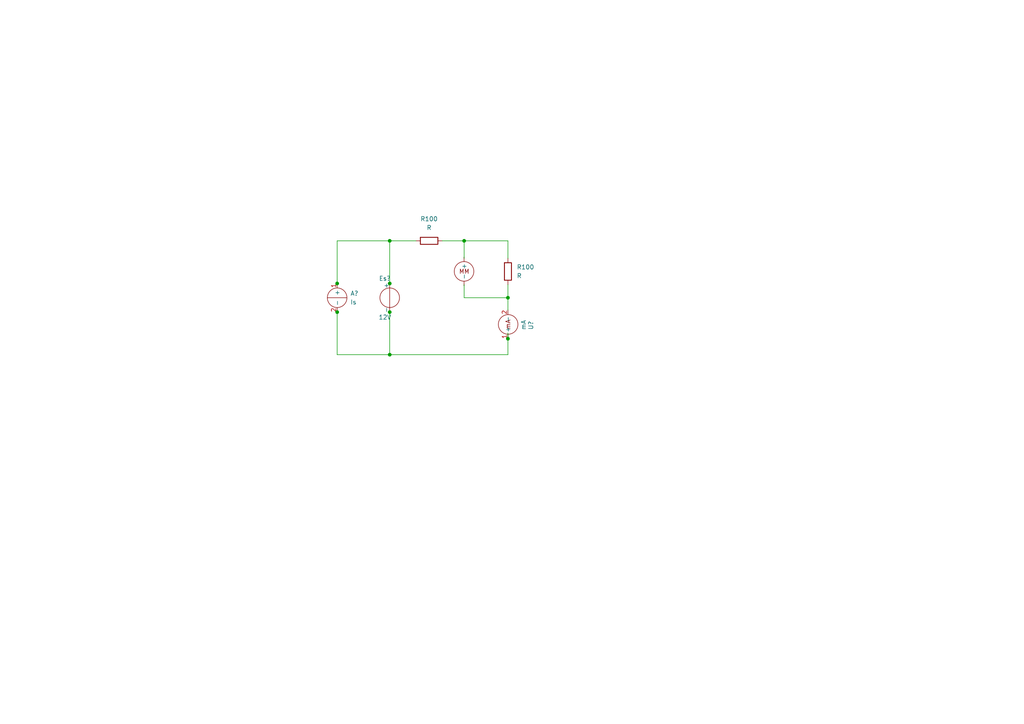
<source format=kicad_sch>
(kicad_sch (version 20211123) (generator eeschema)

  (uuid c2145a79-29f0-43db-a96b-1ee78390c143)

  (paper "A4")

  (lib_symbols
    (symbol "Device:R" (pin_numbers hide) (pin_names (offset 0)) (in_bom yes) (on_board yes)
      (property "Reference" "R" (id 0) (at 2.032 0 90)
        (effects (font (size 1.27 1.27)))
      )
      (property "Value" "R" (id 1) (at 0 0 90)
        (effects (font (size 1.27 1.27)))
      )
      (property "Footprint" "" (id 2) (at -1.778 0 90)
        (effects (font (size 1.27 1.27)) hide)
      )
      (property "Datasheet" "~" (id 3) (at 0 0 0)
        (effects (font (size 1.27 1.27)) hide)
      )
      (property "ki_keywords" "R res resistor" (id 4) (at 0 0 0)
        (effects (font (size 1.27 1.27)) hide)
      )
      (property "ki_description" "Resistor" (id 5) (at 0 0 0)
        (effects (font (size 1.27 1.27)) hide)
      )
      (property "ki_fp_filters" "R_*" (id 6) (at 0 0 0)
        (effects (font (size 1.27 1.27)) hide)
      )
      (symbol "R_0_1"
        (rectangle (start -1.016 -2.54) (end 1.016 2.54)
          (stroke (width 0.254) (type default) (color 0 0 0 0))
          (fill (type none))
        )
      )
      (symbol "R_1_1"
        (pin passive line (at 0 3.81 270) (length 1.27)
          (name "~" (effects (font (size 1.27 1.27))))
          (number "1" (effects (font (size 1.27 1.27))))
        )
        (pin passive line (at 0 -3.81 90) (length 1.27)
          (name "~" (effects (font (size 1.27 1.27))))
          (number "2" (effects (font (size 1.27 1.27))))
        )
      )
    )
    (symbol "test2021:Es" (pin_numbers hide) (pin_names (offset 0)) (in_bom yes) (on_board yes)
      (property "Reference" "V" (id 0) (at -3.5306 2.7178 0)
        (effects (font (size 1.27 1.27)))
      )
      (property "Value" "Es" (id 1) (at -2.9972 -3.3274 0)
        (effects (font (size 1.27 1.27)))
      )
      (property "Footprint" "" (id 2) (at -1.778 0 90)
        (effects (font (size 1.27 1.27)) hide)
      )
      (property "Datasheet" "~" (id 3) (at -3.5306 -1.0668 0)
        (effects (font (size 1.27 1.27)) hide)
      )
      (property "ki_keywords" "R res resistor" (id 4) (at 0 0 0)
        (effects (font (size 1.27 1.27)) hide)
      )
      (property "ki_description" "Resistor" (id 5) (at 0 0 0)
        (effects (font (size 1.27 1.27)) hide)
      )
      (property "ki_fp_filters" "R_*" (id 6) (at 0 0 0)
        (effects (font (size 1.27 1.27)) hide)
      )
      (symbol "Es_0_1"
        (polyline
          (pts
            (xy 0 2.8194)
            (xy 0 2.8194)
          )
          (stroke (width 0) (type default) (color 0 0 0 0))
          (fill (type none))
        )
        (polyline
          (pts
            (xy 0 2.8448)
            (xy 0 -2.8702)
          )
          (stroke (width 0) (type default) (color 0 0 0 0))
          (fill (type none))
        )
        (circle (center 0 0) (radius 2.8398)
          (stroke (width 0) (type default) (color 0 0 0 0))
          (fill (type none))
        )
      )
      (symbol "Es_1_1"
        (pin passive line (at 0 4.1402 270) (length 1.27)
          (name "+" (effects (font (size 1.27 1.27))))
          (number "1" (effects (font (size 1.27 1.27))))
        )
        (pin passive line (at 0 -4.1656 90) (length 1.27)
          (name "-" (effects (font (size 1.27 1.27))))
          (number "2" (effects (font (size 1.27 1.27))))
        )
      )
    )
    (symbol "test2021:Is" (in_bom yes) (on_board yes)
      (property "Reference" "A" (id 0) (at -3.2258 -3.2004 0)
        (effects (font (size 1.27 1.27)))
      )
      (property "Value" "Is" (id 1) (at -3.5052 2.286 0)
        (effects (font (size 1.27 1.27)))
      )
      (property "Footprint" "" (id 2) (at 0.0762 -0.0254 0)
        (effects (font (size 1.27 1.27)) hide)
      )
      (property "Datasheet" "" (id 3) (at 0.0762 -0.0254 0)
        (effects (font (size 1.27 1.27)) hide)
      )
      (symbol "Is_0_1"
        (polyline
          (pts
            (xy -2.8448 0)
            (xy 2.794 0)
          )
          (stroke (width 0) (type default) (color 0 0 0 0))
          (fill (type none))
        )
        (polyline
          (pts
            (xy 0 2.8194)
            (xy 0 2.8194)
          )
          (stroke (width 0) (type default) (color 0 0 0 0))
          (fill (type none))
        )
        (circle (center 0 0) (radius 2.8398)
          (stroke (width 0) (type default) (color 0 0 0 0))
          (fill (type none))
        )
      )
      (symbol "Is_1_1"
        (pin passive line (at 0 4.1402 270) (length 1.27)
          (name "+" (effects (font (size 1.27 1.27))))
          (number "1" (effects (font (size 1.27 1.27))))
        )
        (pin passive line (at 0 -4.1656 90) (length 1.27)
          (name "-" (effects (font (size 1.27 1.27))))
          (number "2" (effects (font (size 1.27 1.27))))
        )
      )
    )
    (symbol "test2021:Multimeter" (pin_numbers hide) (in_bom yes) (on_board yes)
      (property "Reference" "U" (id 0) (at -4.3942 3.0734 0)
        (effects (font (size 1.27 1.27)))
      )
      (property "Value" "Multimeter" (id 1) (at -0.4572 -6.9342 0)
        (effects (font (size 1.27 1.27)))
      )
      (property "Footprint" "" (id 2) (at 0 0 0)
        (effects (font (size 1.27 1.27)) hide)
      )
      (property "Datasheet" "" (id 3) (at 0 0 0)
        (effects (font (size 1.27 1.27)) hide)
      )
      (symbol "Multimeter_0_0"
        (text "MM" (at 0.0254 0 0)
          (effects (font (size 1.27 1.27)))
        )
      )
      (symbol "Multimeter_0_1"
        (circle (center -0.0254 0.0254) (radius 2.8398)
          (stroke (width 0) (type default) (color 0 0 0 0))
          (fill (type none))
        )
        (polyline
          (pts
            (xy -0.0254 2.8448)
            (xy -0.0254 2.8448)
          )
          (stroke (width 0) (type default) (color 0 0 0 0))
          (fill (type none))
        )
      )
      (symbol "Multimeter_1_1"
        (pin passive line (at -0.0254 4.1656 270) (length 1.27)
          (name "+" (effects (font (size 1.27 1.27))))
          (number "1" (effects (font (size 1.27 1.27))))
        )
        (pin passive line (at -0.0254 -4.1402 90) (length 1.27)
          (name "-" (effects (font (size 1.27 1.27))))
          (number "2" (effects (font (size 1.27 1.27))))
        )
      )
    )
    (symbol "test2021:mA" (in_bom yes) (on_board yes)
      (property "Reference" "U" (id 0) (at -1.1176 -3.556 0)
        (effects (font (size 1.27 1.27)))
      )
      (property "Value" "mA" (id 1) (at -4.6736 3.7592 0)
        (effects (font (size 1.27 1.27)))
      )
      (property "Footprint" "" (id 2) (at 0 0.0254 0)
        (effects (font (size 1.27 1.27)) hide)
      )
      (property "Datasheet" "" (id 3) (at 0 0.0254 0)
        (effects (font (size 1.27 1.27)) hide)
      )
      (symbol "mA_0_0"
        (text "mA" (at -0.1016 0.0508 0)
          (effects (font (size 1.27 1.27)))
        )
      )
      (symbol "mA_0_1"
        (circle (center -0.1143 0.0635) (radius 2.8398)
          (stroke (width 0) (type default) (color 0 0 0 0))
          (fill (type none))
        )
        (polyline
          (pts
            (xy -2.9337 0.0635)
            (xy -2.9337 0.0635)
          )
          (stroke (width 0) (type default) (color 0 0 0 0))
          (fill (type none))
        )
      )
      (symbol "mA_1_1"
        (pin passive line (at -4.2672 0 0) (length 1.27)
          (name "+" (effects (font (size 1.27 1.27))))
          (number "1" (effects (font (size 1.27 1.27))))
        )
        (pin passive line (at 4.064 0 180) (length 1.27)
          (name "-" (effects (font (size 1.27 1.27))))
          (number "2" (effects (font (size 1.27 1.27))))
        )
      )
    )
  )

  (junction (at 113.03 102.87) (diameter 0) (color 0 0 0 0)
    (uuid 1fd62b10-0df5-428d-8582-a0fafff6345f)
  )
  (junction (at 113.03 69.85) (diameter 0) (color 0 0 0 0)
    (uuid 41fea5f4-8f4e-42b4-8bbe-3f409d4cb648)
  )
  (junction (at 147.32 98.2472) (diameter 0) (color 0 0 0 0)
    (uuid 4b46ec64-fd66-40a3-807e-a791fe118726)
  )
  (junction (at 147.32 86.36) (diameter 0) (color 0 0 0 0)
    (uuid 4c9a37fb-1732-439d-9a25-1e02c67c5e49)
  )
  (junction (at 97.79 90.5256) (diameter 0) (color 0 0 0 0)
    (uuid 6bea4cb1-3fbf-4210-b1f9-048ff75ec16d)
  )
  (junction (at 97.79 82.2198) (diameter 0) (color 0 0 0 0)
    (uuid 71f02fdf-0f24-44d1-850e-de2053b8add3)
  )
  (junction (at 113.03 82.2198) (diameter 0) (color 0 0 0 0)
    (uuid 89580400-a8bd-41c4-ac4b-1726c25d9ae8)
  )
  (junction (at 113.03 90.5256) (diameter 0) (color 0 0 0 0)
    (uuid c79a593f-e090-4fd7-8b58-d76e285baf43)
  )
  (junction (at 134.62 69.85) (diameter 0) (color 0 0 0 0)
    (uuid f380821e-2494-4c36-8406-50c900614311)
  )

  (wire (pts (xy 113.03 69.85) (xy 120.65 69.85))
    (stroke (width 0) (type default) (color 0 0 0 0))
    (uuid 00d3c6cf-c49d-4dd5-a8ae-23130cbd608f)
  )
  (wire (pts (xy 113.03 90.5256) (xy 113.03 102.87))
    (stroke (width 0) (type default) (color 0 0 0 0))
    (uuid 04ea121f-85c5-4c16-9bd6-17d3f00b465e)
  )
  (wire (pts (xy 113.03 102.87) (xy 97.79 102.87))
    (stroke (width 0) (type default) (color 0 0 0 0))
    (uuid 0d09c844-2bd9-41a7-81b4-6f9343fd933e)
  )
  (wire (pts (xy 147.32 82.55) (xy 147.32 86.36))
    (stroke (width 0) (type default) (color 0 0 0 0))
    (uuid 1acd4383-fba4-4e52-b82b-a705e25e29fd)
  )
  (wire (pts (xy 134.62 69.85) (xy 147.32 69.85))
    (stroke (width 0) (type default) (color 0 0 0 0))
    (uuid 21fdb266-a8d7-40ee-926f-b87345959d3b)
  )
  (wire (pts (xy 134.62 69.85) (xy 134.62 74.93))
    (stroke (width 0) (type default) (color 0 0 0 0))
    (uuid 2f890a18-37d4-4eef-bce8-aa85c9dd301d)
  )
  (wire (pts (xy 113.03 69.85) (xy 97.79 69.85))
    (stroke (width 0) (type default) (color 0 0 0 0))
    (uuid 3819ab9d-90a3-4a83-a3d6-27cf887f4de0)
  )
  (wire (pts (xy 97.79 82.2198) (xy 97.79 82.55))
    (stroke (width 0) (type default) (color 0 0 0 0))
    (uuid 5ba63c9c-2737-422f-8d68-67d0ef541f7e)
  )
  (wire (pts (xy 147.32 96.52) (xy 147.32 98.2472))
    (stroke (width 0) (type default) (color 0 0 0 0))
    (uuid 5f92c30f-c80c-4ced-a5be-309014e39d93)
  )
  (wire (pts (xy 147.32 86.36) (xy 147.32 89.916))
    (stroke (width 0) (type default) (color 0 0 0 0))
    (uuid 6667be62-6b83-4c13-a518-0029a7518595)
  )
  (wire (pts (xy 147.32 102.87) (xy 113.03 102.87))
    (stroke (width 0) (type default) (color 0 0 0 0))
    (uuid 6ffec4e6-58ca-4076-9df8-c0513e402eb2)
  )
  (wire (pts (xy 147.32 69.85) (xy 147.32 74.93))
    (stroke (width 0) (type default) (color 0 0 0 0))
    (uuid 810a6507-573e-4112-9c5c-b2a0d89fd8cc)
  )
  (wire (pts (xy 97.79 90.5256) (xy 97.79 102.87))
    (stroke (width 0) (type default) (color 0 0 0 0))
    (uuid 81a2cad3-e59c-432c-93dd-d32f9e4ff277)
  )
  (wire (pts (xy 97.79 69.85) (xy 97.79 82.2198))
    (stroke (width 0) (type default) (color 0 0 0 0))
    (uuid 8eb53d97-f0d3-403b-a5d9-a88e6725ff01)
  )
  (wire (pts (xy 113.03 69.85) (xy 113.03 82.2198))
    (stroke (width 0) (type default) (color 0 0 0 0))
    (uuid 9e361666-3852-45d6-b110-c2f944ee436a)
  )
  (wire (pts (xy 113.03 90.17) (xy 113.03 90.5256))
    (stroke (width 0) (type default) (color 0 0 0 0))
    (uuid a0096687-5700-4c0f-84ab-e21922d4d25f)
  )
  (wire (pts (xy 97.79 90.17) (xy 97.79 90.5256))
    (stroke (width 0) (type default) (color 0 0 0 0))
    (uuid a4c1c0b4-9255-4bb7-a305-a52bc4c1308b)
  )
  (wire (pts (xy 134.62 82.55) (xy 134.62 86.36))
    (stroke (width 0) (type default) (color 0 0 0 0))
    (uuid b6449f01-dd6d-4fd7-a595-9986a4c0f7bc)
  )
  (wire (pts (xy 128.27 69.85) (xy 134.62 69.85))
    (stroke (width 0) (type default) (color 0 0 0 0))
    (uuid d6ec2e5a-766e-4d48-94d9-655b0cef3fce)
  )
  (wire (pts (xy 147.32 98.2472) (xy 147.32 102.87))
    (stroke (width 0) (type default) (color 0 0 0 0))
    (uuid e93eda1a-e072-4d8c-a22e-c01798674a2b)
  )
  (wire (pts (xy 134.62 86.36) (xy 147.32 86.36))
    (stroke (width 0) (type default) (color 0 0 0 0))
    (uuid ec7b7971-fadf-4268-92d2-a6f2d26b3981)
  )
  (wire (pts (xy 113.03 82.2198) (xy 113.03 82.55))
    (stroke (width 0) (type default) (color 0 0 0 0))
    (uuid f673058d-ed82-4e3b-aa97-c3653b035f48)
  )

  (symbol (lib_id "Device:R") (at 124.46 69.85 90) (unit 1)
    (in_bom yes) (on_board yes) (fields_autoplaced)
    (uuid 1e1567f6-daf3-4d08-8bcd-d3542458db6f)
    (property "Reference" "R100" (id 0) (at 124.46 63.5 90))
    (property "Value" "R" (id 1) (at 124.46 66.04 90))
    (property "Footprint" "" (id 2) (at 124.46 71.628 90)
      (effects (font (size 1.27 1.27)) hide)
    )
    (property "Datasheet" "~" (id 3) (at 124.46 69.85 0)
      (effects (font (size 1.27 1.27)) hide)
    )
    (pin "1" (uuid d52a0a5d-5e7b-4744-8be7-92263761cf7f))
    (pin "2" (uuid 72ca323b-72b5-4fae-9331-5c01440e67ba))
  )

  (symbol (lib_id "test2021:Is") (at 97.79 86.36 0) (unit 1)
    (in_bom yes) (on_board yes) (fields_autoplaced)
    (uuid 66ba7936-40e4-4e54-b670-5dd08e94425c)
    (property "Reference" "A?" (id 0) (at 101.6 85.1026 0)
      (effects (font (size 1.27 1.27)) (justify left))
    )
    (property "Value" "Is" (id 1) (at 101.6 87.6426 0)
      (effects (font (size 1.27 1.27)) (justify left))
    )
    (property "Footprint" "" (id 2) (at 97.8662 86.3854 0)
      (effects (font (size 1.27 1.27)) hide)
    )
    (property "Datasheet" "" (id 3) (at 97.8662 86.3854 0)
      (effects (font (size 1.27 1.27)) hide)
    )
    (pin "1" (uuid 3cf8da2b-1fa3-40ee-a395-c2230e088aa0))
    (pin "2" (uuid c999f6c2-d197-4859-8dd8-db78252d8634))
  )

  (symbol (lib_id "test2021:Es") (at 113.03 86.36 0) (unit 1)
    (in_bom yes) (on_board yes)
    (uuid 88a7f202-3a98-46e7-9e40-85b4cf5c040f)
    (property "Reference" "Es?" (id 0) (at 109.8804 80.772 0)
      (effects (font (size 1.27 1.27)) (justify left))
    )
    (property "Value" "12V" (id 1) (at 109.7788 92.0242 0)
      (effects (font (size 1.27 1.27)) (justify left))
    )
    (property "Footprint" "test2021:Vs" (id 2) (at 111.252 86.36 90)
      (effects (font (size 1.27 1.27)) hide)
    )
    (property "Datasheet" "~" (id 3) (at 109.4994 87.4268 0)
      (effects (font (size 1.27 1.27)) hide)
    )
    (pin "1" (uuid b2b428e1-73c0-4658-bee4-a943efd21f63))
    (pin "2" (uuid 01263c18-d8cf-4d6a-b645-5753434d07de))
  )

  (symbol (lib_id "Device:R") (at 147.32 78.74 0) (unit 1)
    (in_bom yes) (on_board yes) (fields_autoplaced)
    (uuid d8ab1231-1e26-4485-b26e-4fa648843ac0)
    (property "Reference" "R100" (id 0) (at 149.86 77.4699 0)
      (effects (font (size 1.27 1.27)) (justify left))
    )
    (property "Value" "R" (id 1) (at 149.86 80.0099 0)
      (effects (font (size 1.27 1.27)) (justify left))
    )
    (property "Footprint" "" (id 2) (at 145.542 78.74 90)
      (effects (font (size 1.27 1.27)) hide)
    )
    (property "Datasheet" "~" (id 3) (at 147.32 78.74 0)
      (effects (font (size 1.27 1.27)) hide)
    )
    (pin "1" (uuid 6042da90-350a-4083-ae6e-1d2a1d4ae808))
    (pin "2" (uuid e023d393-c558-4793-ae2f-75de94376701))
  )

  (symbol (lib_id "test2021:Multimeter") (at 134.62 78.74 0) (unit 1)
    (in_bom yes) (on_board yes) (fields_autoplaced)
    (uuid e0ef5160-b61b-4419-9f46-17a01698151b)
    (property "Reference" "U?" (id 0) (at 138.2522 77.4572 0)
      (effects (font (size 1.27 1.27)) (justify left) hide)
    )
    (property "Value" "Multimeter" (id 1) (at 138.2522 79.9972 0)
      (effects (font (size 1.27 1.27)) (justify left) hide)
    )
    (property "Footprint" "test2021:Multimeter" (id 2) (at 134.62 78.74 0)
      (effects (font (size 1.27 1.27)) hide)
    )
    (property "Datasheet" "" (id 3) (at 134.62 78.74 0)
      (effects (font (size 1.27 1.27)) hide)
    )
    (pin "1" (uuid b4db3a01-80b3-4c06-ba8b-c4f697c0c2c9))
    (pin "2" (uuid 51c4806f-9538-4148-a37e-27c3e09f6994))
  )

  (symbol (lib_id "test2021:mA") (at 147.32 93.98 270) (mirror x) (unit 1)
    (in_bom yes) (on_board yes)
    (uuid ef1b9531-1df7-4526-98fa-e49c83099eb8)
    (property "Reference" "U?" (id 0) (at 153.9748 94.361 0))
    (property "Value" "mA" (id 1) (at 151.8666 94.2594 0))
    (property "Footprint" "test2021:Multimeter" (id 2) (at 147.3454 93.98 0)
      (effects (font (size 1.27 1.27)) hide)
    )
    (property "Datasheet" "" (id 3) (at 147.3454 93.98 0)
      (effects (font (size 1.27 1.27)) hide)
    )
    (pin "1" (uuid 0f8767ea-e302-4c5a-9f5a-bf407448272c))
    (pin "2" (uuid cee305bd-b59b-4b57-8a2a-fa79d45038ff))
  )

  (sheet_instances
    (path "/" (page "1"))
  )

  (symbol_instances
    (path "/66ba7936-40e4-4e54-b670-5dd08e94425c"
      (reference "A?") (unit 1) (value "Is") (footprint "")
    )
    (path "/88a7f202-3a98-46e7-9e40-85b4cf5c040f"
      (reference "Es?") (unit 1) (value "12V") (footprint "test2021:Vs")
    )
    (path "/1e1567f6-daf3-4d08-8bcd-d3542458db6f"
      (reference "R100") (unit 1) (value "R") (footprint "")
    )
    (path "/d8ab1231-1e26-4485-b26e-4fa648843ac0"
      (reference "R100") (unit 1) (value "R") (footprint "")
    )
    (path "/e0ef5160-b61b-4419-9f46-17a01698151b"
      (reference "U?") (unit 1) (value "Multimeter") (footprint "test2021:Multimeter")
    )
    (path "/ef1b9531-1df7-4526-98fa-e49c83099eb8"
      (reference "U?") (unit 1) (value "mA") (footprint "test2021:Multimeter")
    )
  )
)

</source>
